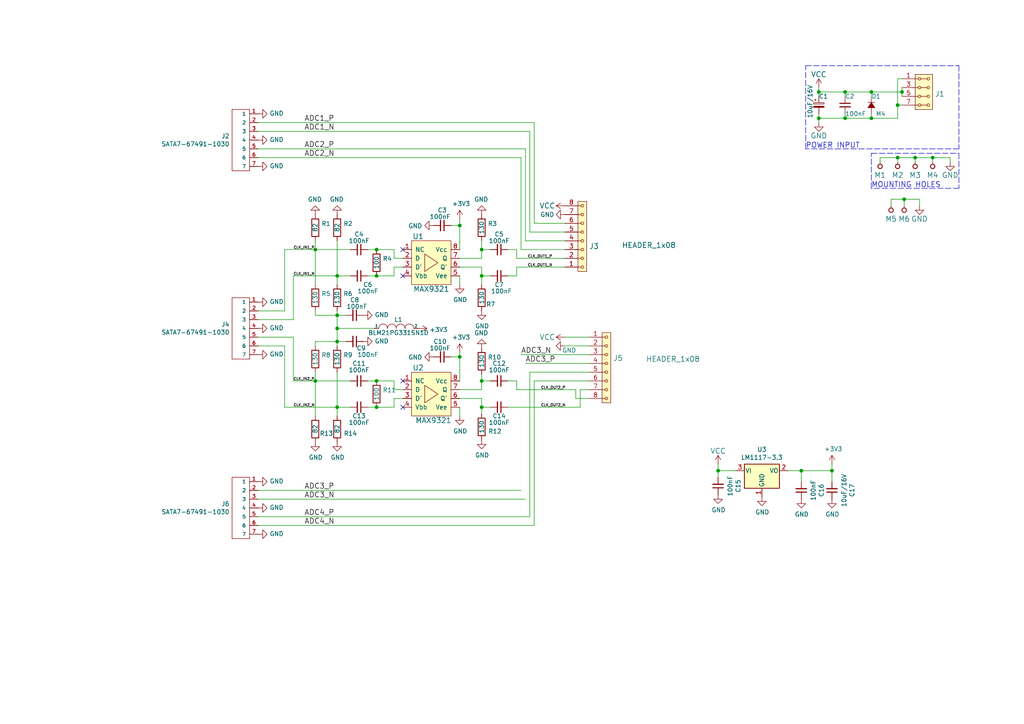
<source format=kicad_sch>
(kicad_sch (version 20211123) (generator eeschema)
  (paper "A4")
  (title_block (title "RFIQINT01A") (date "%F") (rev "REV 0.2") (company "ORBISYS www.orbisys.sk") (comment 1 "VERSION 1") (comment 2 "IQ signals link buffer") (comment 3 "Maksim Rezenov, Jakub kakona"))
  (lib_symbols
    (symbol "MLAB_HEADER:HEADER_2x04_PARALLEL" (pin_names (offset 1.016))
      (property "Reference" "J" (at 0 -6.35 0))
      (property "Value" "HEADER_2x04_PARALLEL" (at 0 6.35 0))
      (symbol "HEADER_2x04_PARALLEL_0_1"
        (rectangle (start -2.54 5.08) (end 2.54 -5.08) (fill (type background)))
        (circle (center -1.27 -3.81) (radius 0.381))
        (circle (center -1.27 -1.27) (radius 0.381))
        (circle (center -1.27 1.27) (radius 0.381))
        (circle (center -1.27 3.81) (radius 0.381))
        (polyline (pts (xy -1.651 -3.81) (xy -2.54 -3.81)))
        (polyline (pts (xy -1.651 -1.27) (xy -2.54 -1.27)))
        (polyline (pts (xy -1.651 1.27) (xy -2.54 1.27)))
        (polyline (pts (xy -1.651 3.81) (xy -2.54 3.81)))
        (polyline (pts (xy -0.889 -3.81) (xy 0.889 -3.81)))
        (polyline (pts (xy -0.889 -1.27) (xy 0.889 -1.27)))
        (polyline (pts (xy -0.889 1.27) (xy 0.889 1.27)))
        (polyline (pts (xy -0.889 3.81) (xy 0.889 3.81)))
        (circle (center 1.27 -3.81) (radius 0.381))
        (circle (center 1.27 -1.27) (radius 0.381))
        (circle (center 1.27 1.27) (radius 0.381))
        (circle (center 1.27 3.81) (radius 0.381))
      )
      (symbol "HEADER_2x04_PARALLEL_1_1"
        (pin input line (at -6.35 3.81 0) (length 3.81) (name "~") (number "1"))
        (pin input line (at -6.35 3.81 0) (length 3.81) hide (name "~") (number "2"))
        (pin input line (at -6.35 1.27 0) (length 3.81) (name "~") (number "3"))
        (pin input line (at -6.35 1.27 0) (length 3.81) hide (name "~") (number "4"))
        (pin input line (at -6.35 -1.27 0) (length 3.81) (name "~") (number "5"))
        (pin input line (at -6.35 -1.27 0) (length 3.81) hide (name "~") (number "6"))
        (pin input line (at -6.35 -3.81 0) (length 3.81) (name "~") (number "7"))
        (pin input line (at -6.35 -3.81 0) (length 3.81) hide (name "~") (number "8"))
      )
    )
    (symbol "RFIQINT01A-rescue:CP_Small-RESCUE-RFIQINT01A" (pin_numbers hide) (pin_names (offset 0.254) hide)
      (property "Reference" "C" (at 0.254 1.778 0))
      (property "Value" "CP_Small-RESCUE-RFIQINT01A" (at 0.254 -2.032 0))
      (symbol "CP_Small-RESCUE-RFIQINT01A_0_1"
        (rectangle (start -1.524 -0.3048) (end 1.524 -0.6858) (fill (type outline)))
        (rectangle (start -1.524 0.6858) (end 1.524 0.3048))
        (polyline (pts (xy -1.27 1.524) (xy -0.762 1.524)))
        (polyline (pts (xy -1.016 1.27) (xy -1.016 1.778)))
      )
      (symbol "CP_Small-RESCUE-RFIQINT01A_1_1"
        (pin passive line (at 0 2.54 270) (length 1.8542) (name "~") (number "1"))
        (pin passive line (at 0 -2.54 90) (length 1.8542) (name "~") (number "2"))
      )
    )
    (symbol "RFIQINT01A-rescue:C_Small-RESCUE-RFIQINT01A" (pin_numbers hide) (pin_names (offset 0.254) hide)
      (property "Reference" "C" (at 0.254 1.778 0))
      (property "Value" "C_Small-RESCUE-RFIQINT01A" (at 0.254 -2.032 0))
      (symbol "C_Small-RESCUE-RFIQINT01A_0_1"
        (polyline (pts (xy -1.524 -0.508) (xy 1.524 -0.508)) (stroke (width 0.3302)))
        (polyline (pts (xy -1.524 0.508) (xy 1.524 0.508)) (stroke (width 0.3048)))
      )
      (symbol "C_Small-RESCUE-RFIQINT01A_1_1"
        (pin passive line (at 0 2.54 270) (length 1.905) (name "~") (number "1"))
        (pin passive line (at 0 -2.54 90) (length 2.032) (name "~") (number "2"))
      )
    )
    (symbol "RFIQINT01A-rescue:D_Small-RESCUE-RFIQINT01A" (pin_numbers hide) (pin_names (offset 0.254) hide)
      (property "Reference" "D" (at -1.27 2.032 0))
      (property "Value" "D_Small-RESCUE-RFIQINT01A" (at -3.81 -2.032 0))
      (symbol "D_Small-RESCUE-RFIQINT01A_0_1"
        (polyline (pts (xy -0.762 -1.016) (xy -0.762 1.016)))
        (polyline (pts (xy 0.762 -1.016) (xy -0.762 0) (xy 0.762 1.016) (xy 0.762 -1.016)) (fill (type outline)))
      )
      (symbol "D_Small-RESCUE-RFIQINT01A_1_1"
        (pin passive line (at -2.54 0 0) (length 1.778) (name "K") (number "1"))
        (pin passive line (at 2.54 0 180) (length 1.778) (name "A") (number "2"))
      )
    )
    (symbol "RFIQINT01A-rescue:HEADER_1x08-MLAB_HEADER" (pin_names (offset 1.016))
      (property "Reference" "J" (at 0 -11.43 0))
      (property "Value" "HEADER_1x08-MLAB_HEADER" (at 0 11.43 0))
      (symbol "HEADER_1x08-MLAB_HEADER_0_1"
        (rectangle (start -1.27 10.16) (end 1.27 -10.16) (fill (type background)))
        (circle (center 0 -8.89) (radius 0.381))
        (circle (center 0 -6.35) (radius 0.381))
        (circle (center 0 -3.81) (radius 0.381))
        (circle (center 0 -1.27) (radius 0.381))
        (polyline (pts (xy -1.27 -8.89) (xy -0.381 -8.89)))
        (polyline (pts (xy -1.27 -6.35) (xy -0.381 -6.35)))
        (polyline (pts (xy -1.27 -3.81) (xy -0.381 -3.81)))
        (polyline (pts (xy -1.27 -1.27) (xy -0.381 -1.27)))
        (polyline (pts (xy -1.27 1.27) (xy -0.381 1.27)))
        (polyline (pts (xy -1.27 3.81) (xy -0.381 3.81)))
        (polyline (pts (xy -1.27 6.35) (xy -0.381 6.35)))
        (polyline (pts (xy -1.27 8.89) (xy -0.381 8.89)))
        (circle (center 0 1.27) (radius 0.381))
        (circle (center 0 3.81) (radius 0.381))
        (circle (center 0 6.35) (radius 0.381))
        (circle (center 0 8.89) (radius 0.381))
      )
      (symbol "HEADER_1x08-MLAB_HEADER_1_1"
        (pin input line (at -5.08 8.89 0) (length 3.81) (name "~") (number "1"))
        (pin input line (at -5.08 6.35 0) (length 3.81) (name "~") (number "2"))
        (pin input line (at -5.08 3.81 0) (length 3.81) (name "~") (number "3"))
        (pin input line (at -5.08 1.27 0) (length 3.81) (name "~") (number "4"))
        (pin input line (at -5.08 -1.27 0) (length 3.81) (name "~") (number "5"))
        (pin input line (at -5.08 -3.81 0) (length 3.81) (name "~") (number "6"))
        (pin input line (at -5.08 -6.35 0) (length 3.81) (name "~") (number "7"))
        (pin input line (at -5.08 -8.89 0) (length 3.81) (name "~") (number "8"))
      )
    )
    (symbol "RFIQINT01A-rescue:HOLE-RESCUE-RFIQINT01A" (pin_numbers hide) (pin_names (offset 1.016) hide)
      (property "Reference" "M" (at 0 2.54 0))
      (property "Value" "HOLE-RESCUE-RFIQINT01A" (at 0 -2.54 0))
      (symbol "HOLE-RESCUE-RFIQINT01A_0_1"
        (circle (center 0 0) (radius 0.635) (stroke (width 0.254)))
      )
      (symbol "HOLE-RESCUE-RFIQINT01A_1_1"
        (pin input line (at 1.27 0 180) (length 0.635) (name "~") (number "1"))
      )
    )
    (symbol "RFIQINT01A-rescue:MAX9321-DENGS_lib" (pin_names (offset 1.016))
      (property "Reference" "U" (at 1.27 1.27 0))
      (property "Value" "MAX9321-DENGS_lib" (at 7.62 -13.97 0))
      (symbol "MAX9321-DENGS_lib_0_1"
        (polyline (pts (xy 6.35 -3.81) (xy 6.35 -8.89) (xy 10.16 -6.35) (xy 6.35 -3.81)))
        (rectangle (start 2.54 0) (end 13.97 -12.7) (fill (type background)))
      )
      (symbol "MAX9321-DENGS_lib_1_1"
        (pin input line (at 0 -2.54 0) (length 2.54) (name "NC") (number "1"))
        (pin input line (at 0 -5.08 0) (length 2.54) (name "D") (number "2"))
        (pin input line (at 0 -7.62 0) (length 2.54) (name "D'") (number "3"))
        (pin input line (at 0 -10.16 0) (length 2.54) (name "Vbb") (number "4"))
        (pin input line (at 16.51 -10.16 180) (length 2.54) (name "Vee") (number "5"))
        (pin input line (at 16.51 -7.62 180) (length 2.54) (name "Q'") (number "6"))
        (pin input line (at 16.51 -5.08 180) (length 2.54) (name "Q") (number "7"))
        (pin input line (at 16.51 -2.54 180) (length 2.54) (name "Vcc") (number "8"))
      )
    )
    (symbol "RFIQINT01A-rescue:SATA7-67491-1030-MLAB_CONNECTORS" (pin_names (offset 1.016))
      (property "Reference" "J" (at -2.54 10.16 0))
      (property "Value" "SATA7-67491-1030-MLAB_CONNECTORS" (at -2.54 -11.43 0))
      (symbol "SATA7-67491-1030-MLAB_CONNECTORS_1_0"
        (polyline (pts (xy -2.54 -8.89) (xy 2.54 -8.89)))
        (polyline (pts (xy -2.54 8.89) (xy -2.54 -8.89)))
        (polyline (pts (xy 2.54 -8.89) (xy 2.54 8.89)))
        (polyline (pts (xy 2.54 8.89) (xy -2.54 8.89)))
      )
      (symbol "SATA7-67491-1030-MLAB_CONNECTORS_1_1"
        (pin passive line (at -5.08 7.62 0) (length 2.54) (name "1") (number "1"))
        (pin passive line (at -5.08 5.08 0) (length 2.54) (name "2") (number "2"))
        (pin passive line (at -5.08 2.54 0) (length 2.54) (name "3") (number "3"))
        (pin passive line (at -5.08 0 0) (length 2.54) (name "4") (number "4"))
        (pin passive line (at -5.08 -2.54 0) (length 2.54) (name "5") (number "5"))
        (pin passive line (at -5.08 -5.08 0) (length 2.54) (name "6") (number "6"))
        (pin passive line (at -5.08 -7.62 0) (length 2.54) (name "7") (number "7"))
      )
    )
    (symbol "device:C_Small" (pin_numbers hide) (pin_names (offset 0.254) hide)
      (property "Reference" "C" (at 0.254 1.778 0))
      (property "Value" "device_C_Small" (at 0.254 -2.032 0))
      (symbol "C_Small_0_1"
        (polyline (pts (xy -1.524 -0.508) (xy 1.524 -0.508)) (stroke (width 0.3302)))
        (polyline (pts (xy -1.524 0.508) (xy 1.524 0.508)) (stroke (width 0.3048)))
      )
      (symbol "C_Small_1_1"
        (pin passive line (at 0 2.54 270) (length 2.032) (name "~") (number "1"))
        (pin passive line (at 0 -2.54 90) (length 2.032) (name "~") (number "2"))
      )
    )
    (symbol "device:R" (pin_numbers hide) (pin_names (offset 0))
      (property "Reference" "R" (at 2.032 0 90))
      (property "Value" "device_R" (at 0 0 90))
      (symbol "R_0_1"
        (rectangle (start -1.016 -2.54) (end 1.016 2.54) (stroke (width 0.254)))
      )
      (symbol "R_1_1"
        (pin passive line (at 0 3.81 270) (length 1.27) (name "~") (number "1"))
        (pin passive line (at 0 -3.81 90) (length 1.27) (name "~") (number "2"))
      )
    )
    (symbol "power:+3V3" (power) (pin_names (offset 0))
      (property "Value" "+3V3" (at 0 3.556 0))
      (symbol "+3V3_0_1"
        (polyline (pts (xy -0.762 1.27) (xy 0 2.54)))
        (polyline (pts (xy 0 0) (xy 0 2.54)))
        (polyline (pts (xy 0 2.54) (xy 0.762 1.27)))
      )
      (symbol "+3V3_1_1"
        (pin power_in line (at 0 0 90) (length 0) hide (name "+3V3") (number "1"))
      )
    )
    (symbol "power:GND" (power) (pin_names (offset 0))
      (property "Value" "GND" (at 0 -3.81 0))
      (symbol "GND_0_1"
        (polyline (pts (xy 0 0) (xy 0 -1.27) (xy 1.27 -1.27) (xy 0 -2.54) (xy -1.27 -1.27) (xy 0 -1.27)))
      )
      (symbol "GND_1_1"
        (pin power_in line (at 0 0 270) (length 0) hide (name "GND") (number "1"))
      )
    )
    (symbol "power:VCC" (power) (pin_names (offset 0))
      (property "Value" "VCC" (at 0 3.81 0))
      (symbol "VCC_0_1"
        (polyline (pts (xy -0.762 1.27) (xy 0 2.54)))
        (polyline (pts (xy 0 0) (xy 0 2.54)))
        (polyline (pts (xy 0 2.54) (xy 0.762 1.27)))
      )
      (symbol "VCC_1_1"
        (pin power_in line (at 0 0 90) (length 0) hide (name "VCC") (number "1"))
      )
    )
    (symbol "pspice:INDUCTOR" (pin_numbers hide) (pin_names (offset 0))
      (property "Reference" "L" (at 0 2.54 0))
      (property "Value" "INDUCTOR" (at 0 -1.27 0))
      (symbol "INDUCTOR_0_1"
        (arc (start -2.54 0) (mid -3.81 1.27) (end -5.08 0))
        (arc (start 0 0) (mid -1.27 1.27) (end -2.54 0))
        (arc (start 2.54 0) (mid 1.27 1.27) (end 0 0))
        (arc (start 5.08 0) (mid 3.81 1.27) (end 2.54 0))
      )
      (symbol "INDUCTOR_1_1"
        (pin input line (at -6.35 0 0) (length 1.27) (name "1") (number "1"))
        (pin input line (at 6.35 0 180) (length 1.27) (name "2") (number "2"))
      )
    )
    (symbol "regul:LM1117-1.8" (pin_names (offset 0.254))
      (property "Reference" "U" (at -3.81 3.175 0))
      (property "Value" "regul_LM1117-1.8" (at 0 3.175 0))
      (symbol "LM1117-1.8_0_1"
        (rectangle (start -5.08 -5.08) (end 5.08 1.905) (stroke (width 0.254)) (fill (type background)))
      )
      (symbol "LM1117-1.8_1_1"
        (pin power_in line (at 0 -7.62 90) (length 2.54) (name "GND") (number "1"))
        (pin power_out line (at 7.62 0 180) (length 2.54) (name "VO") (number "2"))
        (pin power_in line (at -7.62 0 0) (length 2.54) (name "VI") (number "3"))
      )
    )
  )
  (junction (at 245.11 26.67))
  (junction (at 270.51 45.72))
  (junction (at 241.3 136.525))
  (junction (at 97.79 80.01))
  (junction (at 139.7 80.01))
  (junction (at 262.255 57.785))
  (junction (at 237.49 34.29))
  (junction (at 260.35 45.72))
  (junction (at 133.35 65.405))
  (junction (at 139.7 118.11))
  (junction (at 109.22 110.49))
  (junction (at 97.79 118.11))
  (junction (at 97.79 99.06))
  (junction (at 245.11 34.29))
  (junction (at 133.35 103.505))
  (junction (at 97.79 91.44))
  (junction (at 139.7 110.49))
  (junction (at 109.22 80.01))
  (junction (at 97.79 95.25))
  (junction (at 91.44 72.39))
  (junction (at 139.7 72.39))
  (junction (at 265.43 45.72))
  (junction (at 109.22 72.39))
  (junction (at 232.41 136.525))
  (junction (at 91.44 110.49))
  (junction (at 261.62 26.67))
  (junction (at 237.49 26.67))
  (junction (at 109.22 118.11))
  (junction (at 260.35 30.48))
  (junction (at 252.73 26.67))
  (junction (at 252.73 34.29))
  (junction (at 208.28 136.525))
  (no_connect (at 116.84 110.49))
  (no_connect (at 116.84 118.11))
  (no_connect (at 116.84 72.39))
  (no_connect (at 116.84 80.01))
  (wire (pts (xy 275.59 45.72) (xy 270.51 45.72)))
  (wire (pts (xy 139.7 80.01) (xy 142.24 80.01)))
  (wire (pts (xy 139.7 113.03) (xy 139.7 110.49)))
  (wire (pts (xy 147.32 72.39) (xy 149.86 72.39)))
  (wire (pts (xy 74.93 149.86) (xy 153.67 149.86)))
  (wire (pts (xy 109.22 110.49) (xy 114.3 110.49)))
  (wire (pts (xy 213.36 136.525) (xy 208.28 136.525)))
  (wire (pts (xy 133.35 118.11) (xy 133.35 120.65)))
  (wire (pts (xy 97.79 69.85) (xy 97.79 80.01)))
  (wire (pts (xy 130.81 65.405) (xy 133.35 65.405)))
  (wire (pts (xy 97.79 118.11) (xy 97.79 120.65)))
  (wire (pts (xy 109.22 118.11) (xy 114.3 118.11)))
  (wire (pts (xy 106.68 110.49) (xy 109.22 110.49)))
  (wire (pts (xy 74.93 152.4) (xy 154.94 152.4)))
  (wire (pts (xy 139.7 74.93) (xy 139.7 72.39)))
  (wire (pts (xy 237.49 34.29) (xy 237.49 35.56)))
  (wire (pts (xy 245.11 34.29) (xy 237.49 34.29)))
  (wire (pts (xy 261.62 26.67) (xy 252.73 26.67)))
  (wire (pts (xy 74.93 142.24) (xy 151.13 142.24)))
  (wire (pts (xy 245.11 33.02) (xy 245.11 34.29)))
  (wire (pts (xy 133.35 113.03) (xy 139.7 113.03)))
  (wire (pts (xy 82.55 118.11) (xy 97.79 118.11)))
  (wire (pts (xy 149.86 113.03) (xy 167.005 113.03)))
  (wire (pts (xy 261.62 22.86) (xy 260.35 22.86)))
  (wire (pts (xy 97.79 80.01) (xy 97.79 82.55)))
  (wire (pts (xy 258.445 59.69) (xy 258.445 57.785)))
  (wire (pts (xy 147.32 110.49) (xy 149.86 110.49)))
  (wire (pts (xy 228.6 136.525) (xy 232.41 136.525)))
  (wire (pts (xy 252.73 33.02) (xy 252.73 34.29)))
  (wire (pts (xy 85.09 110.49) (xy 91.44 110.49)))
  (wire (pts (xy 149.86 80.01) (xy 149.86 77.47)))
  (wire (pts (xy 109.22 72.39) (xy 114.3 72.39)))
  (wire (pts (xy 270.51 46.99) (xy 270.51 45.72)))
  (wire (pts (xy 106.68 72.39) (xy 109.22 72.39)))
  (wire (pts (xy 152.4 105.41) (xy 170.815 105.41)))
  (wire (pts (xy 170.815 100.33) (xy 163.83 100.33)))
  (wire (pts (xy 258.445 57.785) (xy 262.255 57.785)))
  (wire (pts (xy 260.35 45.72) (xy 255.27 45.72)))
  (wire (pts (xy 91.44 72.39) (xy 101.6 72.39)))
  (polyline (pts (xy 278.13 19.05) (xy 278.13 43.18)))
  (wire (pts (xy 133.35 72.39) (xy 133.35 65.405)))
  (wire (pts (xy 241.3 134.62) (xy 241.3 136.525)))
  (wire (pts (xy 114.3 80.01) (xy 114.3 77.47)))
  (wire (pts (xy 151.13 102.87) (xy 170.815 102.87)))
  (wire (pts (xy 97.79 90.17) (xy 97.79 91.44)))
  (wire (pts (xy 91.44 69.85) (xy 91.44 72.39)))
  (wire (pts (xy 91.44 82.55) (xy 91.44 72.39)))
  (wire (pts (xy 154.94 152.4) (xy 154.94 110.49)))
  (wire (pts (xy 97.79 107.95) (xy 97.79 118.11)))
  (wire (pts (xy 139.7 118.11) (xy 139.7 120.015)))
  (wire (pts (xy 154.94 110.49) (xy 170.815 110.49)))
  (wire (pts (xy 149.86 72.39) (xy 149.86 74.93)))
  (wire (pts (xy 208.28 136.525) (xy 208.28 138.43)))
  (wire (pts (xy 133.35 65.405) (xy 133.35 63.5)))
  (wire (pts (xy 261.62 30.48) (xy 260.35 30.48)))
  (wire (pts (xy 153.67 149.86) (xy 153.67 107.95)))
  (wire (pts (xy 82.55 100.33) (xy 82.55 118.11)))
  (wire (pts (xy 170.815 113.03) (xy 168.275 113.03)))
  (polyline (pts (xy 278.13 44.45) (xy 278.13 54.61)))
  (wire (pts (xy 74.93 97.79) (xy 85.09 97.79)))
  (wire (pts (xy 252.73 27.94) (xy 252.73 26.67)))
  (wire (pts (xy 142.24 118.11) (xy 139.7 118.11)))
  (wire (pts (xy 82.55 90.17) (xy 82.55 72.39)))
  (wire (pts (xy 262.255 57.785) (xy 266.7 57.785)))
  (wire (pts (xy 163.83 64.77) (xy 154.94 64.77)))
  (wire (pts (xy 237.49 26.67) (xy 237.49 27.94)))
  (wire (pts (xy 167.005 115.57) (xy 167.005 113.03)))
  (wire (pts (xy 114.3 74.93) (xy 116.84 74.93)))
  (wire (pts (xy 74.93 45.72) (xy 151.13 45.72)))
  (wire (pts (xy 101.6 118.11) (xy 97.79 118.11)))
  (wire (pts (xy 142.24 110.49) (xy 139.7 110.49)))
  (wire (pts (xy 149.86 110.49) (xy 149.86 113.03)))
  (wire (pts (xy 108.585 95.25) (xy 97.79 95.25)))
  (wire (pts (xy 266.7 57.785) (xy 266.7 59.69)))
  (wire (pts (xy 151.13 72.39) (xy 163.83 72.39)))
  (wire (pts (xy 133.35 82.55) (xy 133.35 80.01)))
  (wire (pts (xy 130.81 103.505) (xy 133.35 103.505)))
  (wire (pts (xy 261.62 26.67) (xy 261.62 25.4)))
  (polyline (pts (xy 278.13 54.61) (xy 252.73 54.61)))
  (wire (pts (xy 139.7 72.39) (xy 142.24 72.39)))
  (wire (pts (xy 262.255 59.69) (xy 262.255 57.785)))
  (wire (pts (xy 85.09 97.79) (xy 85.09 110.49)))
  (wire (pts (xy 149.86 77.47) (xy 163.83 77.47)))
  (wire (pts (xy 74.93 144.78) (xy 152.4 144.78)))
  (wire (pts (xy 170.815 97.79) (xy 163.83 97.79)))
  (wire (pts (xy 260.35 34.29) (xy 252.73 34.29)))
  (wire (pts (xy 245.11 26.67) (xy 237.49 26.67)))
  (wire (pts (xy 147.32 118.11) (xy 168.275 118.11)))
  (wire (pts (xy 265.43 46.99) (xy 265.43 45.72)))
  (wire (pts (xy 252.73 26.67) (xy 245.11 26.67)))
  (wire (pts (xy 261.62 27.94) (xy 261.62 26.67)))
  (wire (pts (xy 91.44 99.06) (xy 97.79 99.06)))
  (wire (pts (xy 154.94 64.77) (xy 154.94 35.56)))
  (wire (pts (xy 97.79 95.25) (xy 97.79 99.06)))
  (wire (pts (xy 109.22 80.01) (xy 114.3 80.01)))
  (wire (pts (xy 74.93 92.71) (xy 85.09 92.71)))
  (wire (pts (xy 114.3 110.49) (xy 114.3 113.03)))
  (wire (pts (xy 151.13 45.72) (xy 151.13 72.39)))
  (wire (pts (xy 139.7 69.85) (xy 139.7 72.39)))
  (wire (pts (xy 133.35 103.505) (xy 133.35 110.49)))
  (wire (pts (xy 97.79 99.06) (xy 100.33 99.06)))
  (wire (pts (xy 270.51 45.72) (xy 265.43 45.72)))
  (wire (pts (xy 97.79 99.06) (xy 97.79 100.33)))
  (wire (pts (xy 106.68 80.01) (xy 109.22 80.01)))
  (wire (pts (xy 237.49 25.4) (xy 237.49 26.67)))
  (wire (pts (xy 101.6 80.01) (xy 97.79 80.01)))
  (wire (pts (xy 149.86 74.93) (xy 163.83 74.93)))
  (wire (pts (xy 147.32 80.01) (xy 149.86 80.01)))
  (wire (pts (xy 114.3 118.11) (xy 114.3 115.57)))
  (polyline (pts (xy 233.68 43.18) (xy 233.68 19.05)))
  (wire (pts (xy 97.79 95.25) (xy 97.79 91.44)))
  (wire (pts (xy 168.275 113.03) (xy 168.275 118.11)))
  (wire (pts (xy 252.73 34.29) (xy 245.11 34.29)))
  (wire (pts (xy 91.44 120.65) (xy 91.44 110.49)))
  (wire (pts (xy 139.7 110.49) (xy 139.7 108.585)))
  (wire (pts (xy 167.005 115.57) (xy 170.815 115.57)))
  (wire (pts (xy 152.4 69.85) (xy 152.4 43.18)))
  (wire (pts (xy 133.35 77.47) (xy 139.7 77.47)))
  (wire (pts (xy 91.44 110.49) (xy 91.44 107.95)))
  (wire (pts (xy 260.35 30.48) (xy 260.35 34.29)))
  (wire (pts (xy 74.93 90.17) (xy 82.55 90.17)))
  (polyline (pts (xy 252.73 54.61) (xy 252.73 44.45)))
  (wire (pts (xy 91.44 100.33) (xy 91.44 99.06)))
  (wire (pts (xy 85.09 80.01) (xy 97.79 80.01)))
  (wire (pts (xy 133.35 74.93) (xy 139.7 74.93)))
  (wire (pts (xy 133.35 102.235) (xy 133.35 103.505)))
  (wire (pts (xy 74.93 38.1) (xy 153.67 38.1)))
  (wire (pts (xy 245.11 27.94) (xy 245.11 26.67)))
  (wire (pts (xy 237.49 33.02) (xy 237.49 34.29)))
  (wire (pts (xy 255.27 45.72) (xy 255.27 46.99)))
  (wire (pts (xy 97.79 91.44) (xy 100.33 91.44)))
  (wire (pts (xy 232.41 136.525) (xy 241.3 136.525)))
  (wire (pts (xy 260.35 46.99) (xy 260.35 45.72)))
  (wire (pts (xy 114.3 72.39) (xy 114.3 74.93)))
  (wire (pts (xy 154.94 35.56) (xy 74.93 35.56)))
  (polyline (pts (xy 233.68 19.05) (xy 278.13 19.05)))
  (wire (pts (xy 241.3 136.525) (xy 241.3 139.7)))
  (wire (pts (xy 153.67 107.95) (xy 170.815 107.95)))
  (wire (pts (xy 139.7 77.47) (xy 139.7 80.01)))
  (wire (pts (xy 153.67 38.1) (xy 153.67 67.31)))
  (wire (pts (xy 153.67 67.31) (xy 163.83 67.31)))
  (wire (pts (xy 133.35 115.57) (xy 139.7 115.57)))
  (wire (pts (xy 85.09 92.71) (xy 85.09 80.01)))
  (polyline (pts (xy 252.73 44.45) (xy 278.13 44.45)))
  (wire (pts (xy 82.55 72.39) (xy 91.44 72.39)))
  (wire (pts (xy 74.93 100.33) (xy 82.55 100.33)))
  (wire (pts (xy 106.68 118.11) (xy 109.22 118.11)))
  (wire (pts (xy 208.28 134.62) (xy 208.28 136.525)))
  (wire (pts (xy 163.83 69.85) (xy 152.4 69.85)))
  (wire (pts (xy 139.7 115.57) (xy 139.7 118.11)))
  (wire (pts (xy 275.59 46.99) (xy 275.59 45.72)))
  (wire (pts (xy 114.3 115.57) (xy 116.84 115.57)))
  (wire (pts (xy 265.43 45.72) (xy 260.35 45.72)))
  (wire (pts (xy 97.79 91.44) (xy 91.44 91.44)))
  (polyline (pts (xy 278.13 43.18) (xy 233.68 43.18)))
  (wire (pts (xy 260.35 22.86) (xy 260.35 30.48)))
  (wire (pts (xy 114.3 77.47) (xy 116.84 77.47)))
  (wire (pts (xy 91.44 91.44) (xy 91.44 90.17)))
  (wire (pts (xy 232.41 139.7) (xy 232.41 136.525)))
  (wire (pts (xy 152.4 43.18) (xy 74.93 43.18)))
  (wire (pts (xy 139.7 82.55) (xy 139.7 80.01)))
  (wire (pts (xy 101.6 110.49) (xy 91.44 110.49)))
  (wire (pts (xy 114.3 113.03) (xy 116.84 113.03)))
  (text "POWER INPUT" (at 233.68 43.18 0) (effects (font (size 1.524 1.524)) (justify left bottom)))
  (text "MOUNTING HOLES" (at 252.73 54.61 0) (effects (font (size 1.524 1.524)) (justify left bottom)))
  (label "ADC1_N" (at 88.265 38.1 0) (effects (font (size 1.524 1.524))))
  (label "ADC4_P" (at 88.265 149.86 0) (effects (font (size 1.524 1.524))))
  (label "CLK_IN2_P" (at 85.09 110.49 0) (effects (font (size 0.762 0.762))))
  (label "ADC2_P" (at 88.265 43.18 0) (effects (font (size 1.524 1.524))))
  (label "ADC1_P" (at 88.265 35.56 0) (effects (font (size 1.524 1.524))))
  (label "ADC3_N" (at 88.265 144.78 0) (effects (font (size 1.524 1.524))))
  (label "CLK_OUT1_N" (at 153.035 77.47 0) (effects (font (size 0.762 0.762))))
  (label "ADC3_N" (at 151.13 102.87 0) (effects (font (size 1.524 1.524))))
  (label "CLK_IN1_P" (at 85.09 72.39 0) (effects (font (size 0.762 0.762))))
  (label "CLK_OUT2_N" (at 156.845 118.11 0) (effects (font (size 0.762 0.762))))
  (label "ADC3_P" (at 152.4 105.41 0) (effects (font (size 1.524 1.524))))
  (label "CLK_OUT1_P" (at 153.035 74.93 0) (effects (font (size 0.762 0.762))))
  (label "CLK_IN2_N" (at 85.09 118.11 0) (effects (font (size 0.762 0.762))))
  (label "CLK_OUT2_P" (at 156.845 113.03 0) (effects (font (size 0.762 0.762))))
  (label "ADC2_N" (at 88.265 45.72 0) (effects (font (size 1.524 1.524))))
  (label "ADC4_N" (at 88.265 152.4 0) (effects (font (size 1.524 1.524))))
  (label "ADC3_P" (at 88.265 142.24 0) (effects (font (size 1.524 1.524))))
  (label "CLK_IN1_N" (at 85.09 80.01 0) (effects (font (size 0.762 0.762))))
  (symbol (lib_id "power:VCC") (at 237.49 25.4 0) (unit 1)
    (property "Reference" "#PWR01" (effects hide))
    (property "Value" "VCC" (at 237.49 21.59 0) (effects (font (size 1.524 1.524))))
  )
  (symbol (lib_id "power:GND") (at 237.49 35.56 0) (unit 1)
    (property "Reference" "#PWR03" (effects hide))
    (property "Value" "GND" (at 237.49 39.37 0) (effects (font (size 1.524 1.524))))
  )
  (symbol (lib_id "RFIQINT01A-rescue:HOLE-RESCUE-RFIQINT01A") (at 255.27 48.26 90) (unit 1)
    (property "Reference" "M1" (at 255.27 50.8 90) (effects (font (size 1.524 1.524))))
    (property "Value" "HOLE" (effects hide))
    (property "Footprint" "Mlab_Mechanical:MountingHole_3mm" (effects hide))
  )
  (symbol (lib_id "RFIQINT01A-rescue:HOLE-RESCUE-RFIQINT01A") (at 260.35 48.26 90) (unit 1)
    (property "Reference" "M2" (at 260.35 50.8 90) (effects (font (size 1.524 1.524))))
    (property "Value" "HOLE" (effects hide))
    (property "Footprint" "Mlab_Mechanical:MountingHole_3mm" (effects hide))
  )
  (symbol (lib_id "RFIQINT01A-rescue:HOLE-RESCUE-RFIQINT01A") (at 265.43 48.26 90) (unit 1)
    (property "Reference" "M3" (at 265.43 50.8 90) (effects (font (size 1.524 1.524))))
    (property "Value" "HOLE" (effects hide))
    (property "Footprint" "Mlab_Mechanical:MountingHole_3mm" (effects hide))
  )
  (symbol (lib_id "RFIQINT01A-rescue:HOLE-RESCUE-RFIQINT01A") (at 270.51 48.26 90) (unit 1)
    (property "Reference" "M4" (at 270.51 50.8 90) (effects (font (size 1.524 1.524))))
    (property "Value" "HOLE" (effects hide))
    (property "Footprint" "Mlab_Mechanical:MountingHole_3mm" (effects hide))
  )
  (symbol (lib_id "power:GND") (at 275.59 46.99 0) (unit 1)
    (property "Reference" "#PWR05" (effects hide))
    (property "Value" "GND" (at 275.59 50.8 0) (effects (font (size 1.524 1.524))))
  )
  (symbol (lib_id "RFIQINT01A-rescue:D_Small-RESCUE-RFIQINT01A") (at 252.73 30.48 90) (mirror x) (unit 1)
    (property "Reference" "D1" (at 252.73 27.94 90) (effects (justify right)))
    (property "Value" "M4" (at 254 33.02 90) (effects (justify right)))
    (property "Footprint" "Diode_SMD:D_SMA" (effects hide))
    (property "UST_ID" "5c70984512875079b91f88ac" (effects hide))
  )
  (symbol (lib_id "RFIQINT01A-rescue:C_Small-RESCUE-RFIQINT01A") (at 245.11 30.48 0) (unit 1)
    (property "Reference" "C2" (at 245.11 27.94 0) (effects (justify left)))
    (property "Value" "100nF" (at 245.11 33.02 0) (effects (justify left)))
    (property "Footprint" "Capacitor_SMD:C_0603_1608Metric" (effects hide))
    (property "UST_ID" "5c70984812875079b91f8bf2" (effects hide))
  )
  (symbol (lib_id "RFIQINT01A-rescue:CP_Small-RESCUE-RFIQINT01A") (at 237.49 30.48 0) (unit 1)
    (property "Reference" "C1" (at 237.49 27.94 0) (effects (justify left)))
    (property "Value" "10uF/16V" (at 234.95 34.29 90) (effects (justify left)))
    (property "Footprint" "Capacitor_SMD:C_0805_2012Metric" (effects hide))
    (property "UST_ID" "5c70984812875079b91f8bbe" (effects hide))
  )
  (symbol (lib_id "RFIQINT01A-rescue:MAX9321-DENGS_lib") (at 116.84 69.85 0) (unit 1)
    (property "Reference" "U1" (at 121.285 68.58 0) (effects (font (size 1.524 1.524))))
    (property "Value" "MAX9321" (at 125.095 83.82 0) (effects (font (size 1.524 1.524))))
    (property "Footprint" "Package_SO:SOIC-8_3.9x4.9mm_P1.27mm" (effects hide))
    (property "Datasheet" "https://datasheets.maximintegrated.com/en/ds/MAX9321-MAX9321A.pdf" (effects hide))
    (property "UST_ID" "5c70984712875079b91f8b81" (effects hide))
  )
  (symbol (lib_id "RFIQINT01A-rescue:SATA7-67491-1030-MLAB_CONNECTORS") (at 69.85 95.25 0) (mirror y) (unit 1)
    (property "Reference" "J4" (at 66.5988 94.0816 0) (effects (justify left)))
    (property "Value" "SATA7-67491-1030" (at 66.5988 96.393 0) (effects (justify left)))
    (property "Footprint" "Mlab_CON:SATA-7_THT_VERT_2" (effects hide))
    (property "UST_ID" "5c70984712875079b91f8a7b" (effects hide))
  )
  (symbol (lib_id "RFIQINT01A-rescue:HEADER_1x08-MLAB_HEADER") (at 168.91 68.58 0) (mirror x) (unit 1)
    (property "Reference" "J3" (at 170.8658 71.3994 0) (effects (font (size 1.524 1.524)) (justify left)))
    (property "Value" "HEADER_1x08" (at 180.34 71.12 0) (effects (font (size 1.524 1.524)) (justify left)))
    (property "Footprint" "Mlab_CON:IDC381-8-110" (effects hide))
    (property "Datasheet" "https://www.tme.com/Document/4e9cf481f3d9b179aa09f3a743bc9b2b/IDC381-x-110_KRONE.pdf" (effects hide))
    (property "UST_ID" "5c70984712875079b91f8b89" (effects hide))
  )
  (symbol (lib_id "device:R") (at 109.22 76.2 0) (unit 1)
    (property "Reference" "R4" (at 110.998 75.0316 0) (effects (justify left)))
    (property "Value" "100" (at 109.22 78.105 90) (effects (justify left)))
    (property "Footprint" "Resistor_SMD:R_0603_1608Metric" (effects hide))
    (property "UST_ID" "5c70984512875079b91f8956" (effects hide))
  )
  (symbol (lib_id "device:C_Small") (at 104.14 72.39 270) (unit 1)
    (property "Reference" "C4" (at 104.14 67.945 90))
    (property "Value" "100nF" (at 104.14 69.85 90))
    (property "Footprint" "Capacitor_SMD:C_0603_1608Metric" (effects hide))
    (property "UST_ID" "5c70984812875079b91f8bf2" (effects hide))
  )
  (symbol (lib_id "pspice:INDUCTOR") (at 114.935 95.25 0) (unit 1)
    (property "Reference" "L1" (at 115.57 92.71 0))
    (property "Value" "BLM21PG331SN1D" (at 115.57 96.52 0))
    (property "Footprint" "Inductors_SMD:L_0805" (effects hide))
    (property "MFPN" "BLM21PG331SN1D" (effects hide))
    (property "UST_ID" "5c70984712875079b91f8b8a" (effects hide))
  )
  (symbol (lib_id "device:C_Small") (at 104.14 80.01 270) (unit 1)
    (property "Reference" "C6" (at 106.68 82.55 90))
    (property "Value" "100nF" (at 106.68 84.455 90))
    (property "Footprint" "Capacitor_SMD:C_0603_1608Metric" (effects hide))
    (property "UST_ID" "5c70984812875079b91f8bf2" (effects hide))
  )
  (symbol (lib_id "device:R") (at 91.44 86.36 0) (unit 1)
    (property "Reference" "R5" (at 93.218 85.1916 0) (effects (justify left)))
    (property "Value" "130" (at 91.44 88.265 90) (effects (justify left)))
    (property "Footprint" "Resistor_SMD:R_0603_1608Metric" (effects hide))
    (property "UST_ID" "5cd08b17128750448e4542b1" (effects hide))
  )
  (symbol (lib_id "device:R") (at 97.79 66.04 0) (unit 1)
    (property "Reference" "R2" (at 99.568 64.8716 0) (effects (justify left)))
    (property "Value" "82" (at 97.79 67.31 90) (effects (justify left)))
    (property "Footprint" "Resistor_SMD:R_0603_1608Metric" (effects hide))
    (property "UST_ID" "5c70984512875079b91f8955" (effects hide))
  )
  (symbol (lib_id "device:R") (at 97.79 86.36 0) (unit 1)
    (property "Reference" "R6" (at 99.568 85.1916 0) (effects (justify left)))
    (property "Value" "130" (at 97.79 88.265 90) (effects (justify left)))
    (property "Footprint" "Resistor_SMD:R_0603_1608Metric" (effects hide))
    (property "UST_ID" "5cd08b17128750448e4542b1" (effects hide))
  )
  (symbol (lib_id "device:R") (at 91.44 66.04 0) (unit 1)
    (property "Reference" "R1" (at 93.218 64.8716 0) (effects (justify left)))
    (property "Value" "82" (at 91.44 67.31 90) (effects (justify left)))
    (property "Footprint" "Resistor_SMD:R_0603_1608Metric" (effects hide))
    (property "UST_ID" "5c70984512875079b91f8955" (effects hide))
  )
  (symbol (lib_id "power:GND") (at 97.79 62.23 180) (unit 1)
    (property "Reference" "#PWR09" (effects hide))
    (property "Value" "GND" (at 97.663 57.8358 0))
  )
  (symbol (lib_id "power:GND") (at 91.44 62.23 180) (unit 1)
    (property "Reference" "#PWR08" (effects hide))
    (property "Value" "GND" (at 91.313 57.8358 0))
  )
  (symbol (lib_id "device:C_Small") (at 102.87 91.44 270) (unit 1)
    (property "Reference" "C8" (at 102.87 86.995 90))
    (property "Value" "100nF" (at 103.505 88.9 90))
    (property "Footprint" "Capacitor_SMD:C_0603_1608Metric" (effects hide))
    (property "UST_ID" "5c70984812875079b91f8bf2" (effects hide))
  )
  (symbol (lib_id "power:GND") (at 105.41 91.44 90) (unit 1)
    (property "Reference" "#PWR017" (effects hide))
    (property "Value" "GND" (at 108.6612 91.313 90) (effects (justify right)))
  )
  (symbol (lib_id "power:+3V3") (at 121.285 95.25 270) (unit 1)
    (property "Reference" "#PWR018" (effects hide))
    (property "Value" "+3V3" (at 124.5362 95.631 90) (effects (justify left)))
  )
  (symbol (lib_id "power:GND") (at 74.93 87.63 90) (unit 1)
    (property "Reference" "#PWR015" (effects hide))
    (property "Value" "GND" (at 78.1812 87.503 90) (effects (justify right)))
  )
  (symbol (lib_id "power:GND") (at 74.93 95.25 90) (unit 1)
    (property "Reference" "#PWR019" (effects hide))
    (property "Value" "GND" (at 78.1812 95.123 90) (effects (justify right)))
  )
  (symbol (lib_id "power:GND") (at 74.93 102.87 90) (unit 1)
    (property "Reference" "#PWR026" (effects hide))
    (property "Value" "GND" (at 78.1812 102.743 90) (effects (justify right)))
  )
  (symbol (lib_id "device:C_Small") (at 144.78 72.39 270) (unit 1)
    (property "Reference" "C5" (at 144.78 67.945 90))
    (property "Value" "100nF" (at 144.78 69.85 90))
    (property "Footprint" "Capacitor_SMD:C_0603_1608Metric" (effects hide))
    (property "UST_ID" "5c70984812875079b91f8bf2" (effects hide))
  )
  (symbol (lib_id "device:C_Small") (at 144.78 80.01 270) (unit 1)
    (property "Reference" "C7" (at 144.78 82.55 90))
    (property "Value" "100nF" (at 145.415 84.455 90))
    (property "Footprint" "Capacitor_SMD:C_0603_1608Metric" (effects hide))
    (property "UST_ID" "5c70984812875079b91f8bf2" (effects hide))
  )
  (symbol (lib_id "device:R") (at 139.7 86.36 0) (unit 1)
    (property "Reference" "R7" (at 140.97 88.265 0) (effects (justify left)))
    (property "Value" "130" (at 139.7 88.265 90) (effects (justify left)))
    (property "Footprint" "Resistor_SMD:R_0603_1608Metric" (effects hide))
    (property "UST_ID" "5cd08b17128750448e4542b1" (effects hide))
  )
  (symbol (lib_id "device:R") (at 139.7 66.04 0) (unit 1)
    (property "Reference" "R3" (at 141.478 64.8716 0) (effects (justify left)))
    (property "Value" "130" (at 139.7 67.945 90) (effects (justify left)))
    (property "Footprint" "Resistor_SMD:R_0603_1608Metric" (effects hide))
    (property "UST_ID" "5cd08b17128750448e4542b1" (effects hide))
  )
  (symbol (lib_id "power:GND") (at 139.7 90.17 0) (unit 1)
    (property "Reference" "#PWR016" (effects hide))
    (property "Value" "GND" (at 139.827 94.5642 0))
  )
  (symbol (lib_id "power:GND") (at 139.7 62.23 180) (unit 1)
    (property "Reference" "#PWR010" (effects hide))
    (property "Value" "GND" (at 139.573 57.8358 0))
  )
  (symbol (lib_id "power:GND") (at 133.35 82.55 0) (unit 1)
    (property "Reference" "#PWR014" (effects hide))
    (property "Value" "GND" (at 133.477 86.9442 0))
  )
  (symbol (lib_id "power:+3V3") (at 133.35 63.5 0) (unit 1)
    (property "Reference" "#PWR012" (effects hide))
    (property "Value" "+3V3" (at 133.731 59.1058 0))
  )
  (symbol (lib_id "device:C_Small") (at 128.27 65.405 270) (unit 1)
    (property "Reference" "C3" (at 128.27 60.96 90))
    (property "Value" "100nF" (at 127.635 62.865 90))
    (property "Footprint" "Capacitor_SMD:C_0603_1608Metric" (effects hide))
    (property "UST_ID" "5c70984812875079b91f8bf2" (effects hide))
  )
  (symbol (lib_id "power:GND") (at 125.73 65.405 270) (unit 1)
    (property "Reference" "#PWR013" (effects hide))
    (property "Value" "GND" (at 122.4788 65.532 90) (effects (justify right)))
  )
  (symbol (lib_id "regul:LM1117-1.8") (at 220.98 136.525 0) (unit 1)
    (property "Reference" "U3" (at 220.98 130.3782 0))
    (property "Value" "LM1117-3.3" (at 220.98 132.6896 0))
    (property "Footprint" "Package_TO_SOT_SMD:SOT-223-3_TabPin2" (effects hide))
    (property "Datasheet" "http://www.ti.com/lit/ds/symlink/lm1117.pdf" (effects hide))
    (property "UST_ID" "5c70984712875079b91f8af9" (effects hide))
  )
  (symbol (lib_id "device:C_Small") (at 208.28 140.97 180) (unit 1)
    (property "Reference" "C15" (at 214.0966 140.97 90))
    (property "Value" "100nF" (at 211.7852 140.97 90))
    (property "Footprint" "Capacitor_SMD:C_0603_1608Metric" (effects hide))
    (property "UST_ID" "5c70984812875079b91f8bf2" (effects hide))
  )
  (symbol (lib_id "device:C_Small") (at 232.41 142.24 180) (unit 1)
    (property "Reference" "C16" (at 238.2266 142.24 90))
    (property "Value" "100nF" (at 235.9152 142.24 90))
    (property "Footprint" "Capacitor_SMD:C_0603_1608Metric" (effects hide))
    (property "UST_ID" "5c70984812875079b91f8bf2" (effects hide))
  )
  (symbol (lib_id "device:C_Small") (at 241.3 142.24 180) (unit 1)
    (property "Reference" "C17" (at 247.1166 142.24 90))
    (property "Value" "10uF/16V" (at 244.8052 142.24 90))
    (property "Footprint" "Capacitor_SMD:C_0805_2012Metric" (effects hide))
    (property "UST_ID" "5c70984812875079b91f8bbe" (effects hide))
  )
  (symbol (lib_id "power:GND") (at 220.98 144.145 0) (unit 1)
    (property "Reference" "#PWR035" (effects hide))
    (property "Value" "GND" (at 221.107 148.5392 0))
  )
  (symbol (lib_id "power:GND") (at 208.28 143.51 0) (unit 1)
    (property "Reference" "#PWR034" (effects hide))
    (property "Value" "GND" (at 208.407 147.9042 0))
  )
  (symbol (lib_id "power:GND") (at 232.41 144.78 0) (unit 1)
    (property "Reference" "#PWR036" (effects hide))
    (property "Value" "GND" (at 232.537 149.1742 0))
  )
  (symbol (lib_id "power:GND") (at 241.3 144.78 0) (unit 1)
    (property "Reference" "#PWR037" (effects hide))
    (property "Value" "GND" (at 241.427 149.1742 0))
  )
  (symbol (lib_id "power:VCC") (at 208.28 134.62 0) (unit 1)
    (property "Reference" "#PWR031" (effects hide))
    (property "Value" "VCC" (at 208.28 130.81 0) (effects (font (size 1.524 1.524))))
  )
  (symbol (lib_id "power:+3V3") (at 241.3 134.62 0) (unit 1)
    (property "Reference" "#PWR032" (effects hide))
    (property "Value" "+3V3" (at 241.681 130.2258 0))
  )
  (symbol (lib_id "power:VCC") (at 163.83 59.69 90) (unit 1)
    (property "Reference" "#PWR07" (effects hide))
    (property "Value" "VCC" (at 158.75 59.69 90) (effects (font (size 1.524 1.524))))
  )
  (symbol (lib_id "power:GND") (at 163.83 62.23 270) (unit 1)
    (property "Reference" "#PWR011" (effects hide))
    (property "Value" "GND" (at 158.75 62.23 90))
  )
  (symbol (lib_id "RFIQINT01A-rescue:SATA7-67491-1030-MLAB_CONNECTORS") (at 69.85 40.64 0) (mirror y) (unit 1)
    (property "Reference" "J2" (at 66.5988 39.4716 0) (effects (justify left)))
    (property "Value" "SATA7-67491-1030" (at 66.5988 41.783 0) (effects (justify left)))
    (property "Footprint" "Mlab_CON:SATA-7_THT_VERT_2" (effects hide))
    (property "UST_ID" "5c70984712875079b91f8a7b" (effects hide))
  )
  (symbol (lib_id "power:GND") (at 74.93 48.26 90) (unit 1)
    (property "Reference" "#PWR06" (effects hide))
    (property "Value" "GND" (at 78.1812 48.133 90) (effects (justify right)))
  )
  (symbol (lib_id "power:GND") (at 74.93 40.64 90) (unit 1)
    (property "Reference" "#PWR04" (effects hide))
    (property "Value" "GND" (at 78.1812 40.513 90) (effects (justify right)))
  )
  (symbol (lib_id "power:GND") (at 74.93 33.02 90) (unit 1)
    (property "Reference" "#PWR02" (effects hide))
    (property "Value" "GND" (at 78.1812 32.893 90) (effects (justify right)))
  )
  (symbol (lib_id "RFIQINT01A-rescue:MAX9321-DENGS_lib") (at 116.84 107.95 0) (unit 1)
    (property "Reference" "U2" (at 121.285 106.68 0) (effects (font (size 1.524 1.524))))
    (property "Value" "MAX9321" (at 125.73 121.92 0) (effects (font (size 1.524 1.524))))
    (property "Footprint" "Package_SO:SOIC-8_3.9x4.9mm_P1.27mm" (effects hide))
    (property "Datasheet" "https://datasheets.maximintegrated.com/en/ds/MAX9321-MAX9321A.pdf" (effects hide))
    (property "UST_ID" "5c70984712875079b91f8b81" (effects hide))
  )
  (symbol (lib_id "power:GND") (at 133.35 120.65 0) (unit 1)
    (property "Reference" "#PWR027" (effects hide))
    (property "Value" "GND" (at 133.477 125.0442 0))
  )
  (symbol (lib_id "device:R") (at 139.7 104.775 0) (unit 1)
    (property "Reference" "R10" (at 141.478 103.6066 0) (effects (justify left)))
    (property "Value" "130" (at 139.7 106.68 90) (effects (justify left)))
    (property "Footprint" "Resistor_SMD:R_0603_1608Metric" (effects hide))
    (property "UST_ID" "5cd08b17128750448e4542b1" (effects hide))
  )
  (symbol (lib_id "device:C_Small") (at 144.78 110.49 270) (unit 1)
    (property "Reference" "C12" (at 144.78 105.41 90))
    (property "Value" "100nF" (at 144.78 107.315 90))
    (property "Footprint" "Capacitor_SMD:C_0603_1608Metric" (effects hide))
    (property "UST_ID" "5c70984812875079b91f8bf2" (effects hide))
  )
  (symbol (lib_id "device:C_Small") (at 144.78 118.11 270) (unit 1)
    (property "Reference" "C14" (at 144.78 120.65 90))
    (property "Value" "100nF" (at 144.78 122.555 90))
    (property "Footprint" "Capacitor_SMD:C_0603_1608Metric" (effects hide))
    (property "UST_ID" "5c70984812875079b91f8bf2" (effects hide))
  )
  (symbol (lib_id "power:GND") (at 139.7 100.965 180) (unit 1)
    (property "Reference" "#PWR023" (effects hide))
    (property "Value" "GND" (at 139.573 96.5708 0))
  )
  (symbol (lib_id "device:R") (at 139.7 123.825 0) (unit 1)
    (property "Reference" "R12" (at 141.605 125.095 0) (effects (justify left)))
    (property "Value" "130" (at 139.7 125.73 90) (effects (justify left)))
    (property "Footprint" "Resistor_SMD:R_0603_1608Metric" (effects hide))
    (property "UST_ID" "5cd08b17128750448e4542b1" (effects hide))
  )
  (symbol (lib_id "power:GND") (at 139.7 127.635 0) (unit 1)
    (property "Reference" "#PWR028" (effects hide))
    (property "Value" "GND" (at 139.827 132.0292 0))
  )
  (symbol (lib_id "device:C_Small") (at 128.27 103.505 270) (unit 1)
    (property "Reference" "C10" (at 127.635 99.06 90))
    (property "Value" "100nF" (at 127.635 100.965 90))
    (property "Footprint" "Capacitor_SMD:C_0603_1608Metric" (effects hide))
    (property "UST_ID" "5c70984812875079b91f8bf2" (effects hide))
  )
  (symbol (lib_id "power:GND") (at 125.73 103.505 270) (unit 1)
    (property "Reference" "#PWR025" (effects hide))
    (property "Value" "GND" (at 122.4788 103.632 90) (effects (justify right)))
  )
  (symbol (lib_id "device:R") (at 109.22 114.3 0) (unit 1)
    (property "Reference" "R11" (at 110.998 113.1316 0) (effects (justify left)))
    (property "Value" "100" (at 109.22 116.205 90) (effects (justify left)))
    (property "Footprint" "Resistor_SMD:R_0603_1608Metric" (effects hide))
    (property "UST_ID" "5c70984512875079b91f8956" (effects hide))
  )
  (symbol (lib_id "power:+3V3") (at 133.35 102.235 0) (unit 1)
    (property "Reference" "#PWR024" (effects hide))
    (property "Value" "+3V3" (at 133.731 97.8408 0))
  )
  (symbol (lib_id "device:C_Small") (at 104.14 110.49 270) (unit 1)
    (property "Reference" "C11" (at 104.14 105.41 90))
    (property "Value" "100nF" (at 104.14 107.315 90))
    (property "Footprint" "Capacitor_SMD:C_0603_1608Metric" (effects hide))
    (property "UST_ID" "5c70984812875079b91f8bf2" (effects hide))
  )
  (symbol (lib_id "device:C_Small") (at 104.14 118.11 270) (unit 1)
    (property "Reference" "C13" (at 104.14 120.65 90))
    (property "Value" "100nF" (at 104.14 122.555 90))
    (property "Footprint" "Capacitor_SMD:C_0603_1608Metric" (effects hide))
    (property "UST_ID" "5c70984812875079b91f8bf2" (effects hide))
  )
  (symbol (lib_id "device:R") (at 97.79 104.14 0) (unit 1)
    (property "Reference" "R9" (at 99.568 102.9716 0) (effects (justify left)))
    (property "Value" "130" (at 97.79 106.045 90) (effects (justify left)))
    (property "Footprint" "Resistor_SMD:R_0603_1608Metric" (effects hide))
    (property "UST_ID" "5cd08b17128750448e4542b1" (effects hide))
  )
  (symbol (lib_id "device:R") (at 91.44 104.14 0) (unit 1)
    (property "Reference" "R8" (at 93.218 102.9716 0) (effects (justify left)))
    (property "Value" "130" (at 91.44 106.045 90) (effects (justify left)))
    (property "Footprint" "Resistor_SMD:R_0603_1608Metric" (effects hide))
    (property "UST_ID" "5cd08b17128750448e4542b1" (effects hide))
  )
  (symbol (lib_id "device:R") (at 97.79 124.46 0) (unit 1)
    (property "Reference" "R14" (at 99.695 125.73 0) (effects (justify left)))
    (property "Value" "82" (at 97.79 125.73 90) (effects (justify left)))
    (property "Footprint" "Resistor_SMD:R_0603_1608Metric" (effects hide))
    (property "UST_ID" "5c70984512875079b91f8955" (effects hide))
  )
  (symbol (lib_id "device:R") (at 91.44 124.46 0) (unit 1)
    (property "Reference" "R13" (at 92.71 125.73 0) (effects (justify left)))
    (property "Value" "82" (at 91.44 125.73 90) (effects (justify left)))
    (property "Footprint" "Resistor_SMD:R_0603_1608Metric" (effects hide))
    (property "UST_ID" "5c70984512875079b91f8955" (effects hide))
  )
  (symbol (lib_id "power:GND") (at 91.44 128.27 0) (unit 1)
    (property "Reference" "#PWR029" (effects hide))
    (property "Value" "GND" (at 91.567 132.6642 0))
  )
  (symbol (lib_id "power:GND") (at 97.79 128.27 0) (unit 1)
    (property "Reference" "#PWR030" (effects hide))
    (property "Value" "GND" (at 97.917 132.6642 0))
  )
  (symbol (lib_id "device:C_Small") (at 102.87 99.06 270) (unit 1)
    (property "Reference" "C9" (at 104.775 100.965 90))
    (property "Value" "100nF" (at 106.68 102.87 90))
    (property "Footprint" "Capacitor_SMD:C_0603_1608Metric" (effects hide))
    (property "UST_ID" "5c70984812875079b91f8bf2" (effects hide))
  )
  (symbol (lib_id "power:GND") (at 105.41 99.06 90) (unit 1)
    (property "Reference" "#PWR021" (effects hide))
    (property "Value" "GND" (at 108.6612 98.933 90) (effects (justify right)))
  )
  (symbol (lib_id "RFIQINT01A-rescue:SATA7-67491-1030-MLAB_CONNECTORS") (at 69.85 147.32 0) (mirror y) (unit 1)
    (property "Reference" "J6" (at 66.5988 146.1516 0) (effects (justify left)))
    (property "Value" "SATA7-67491-1030" (at 66.5988 148.463 0) (effects (justify left)))
    (property "Footprint" "Mlab_CON:SATA-7_THT_VERT_2" (effects hide))
    (property "UST_ID" "5c70984712875079b91f8a7b" (effects hide))
  )
  (symbol (lib_id "RFIQINT01A-rescue:HEADER_1x08-MLAB_HEADER") (at 175.895 106.68 0) (unit 1)
    (property "Reference" "J5" (at 177.8508 103.8606 0) (effects (font (size 1.524 1.524)) (justify left)))
    (property "Value" "HEADER_1x08" (at 187.325 104.14 0) (effects (font (size 1.524 1.524)) (justify left)))
    (property "Footprint" "Mlab_CON:IDC381-8-110" (effects hide))
    (property "Datasheet" "https://www.tme.com/Document/4e9cf481f3d9b179aa09f3a743bc9b2b/IDC381-x-110_KRONE.pdf" (effects hide))
    (property "UST_ID" "5c70984712875079b91f8b89" (effects hide))
  )
  (symbol (lib_id "RFIQINT01A-rescue:HOLE-RESCUE-RFIQINT01A") (at 258.445 60.96 90) (unit 1)
    (property "Reference" "M5" (at 258.445 63.5 90) (effects (font (size 1.524 1.524))))
    (property "Value" "HOLE" (effects hide))
    (property "Footprint" "Mlab_Mechanical:MountingHole_3mm" (effects hide))
  )
  (symbol (lib_id "RFIQINT01A-rescue:HOLE-RESCUE-RFIQINT01A") (at 262.255 60.96 90) (unit 1)
    (property "Reference" "M6" (at 262.255 63.5 90) (effects (font (size 1.524 1.524))))
    (property "Value" "HOLE" (effects hide))
    (property "Footprint" "Mlab_Mechanical:MountingHole_3mm" (effects hide))
  )
  (symbol (lib_id "power:GND") (at 266.7 59.69 0) (unit 1)
    (property "Reference" "#PWR0101" (effects hide))
    (property "Value" "GND" (at 266.7 63.5 0) (effects (font (size 1.524 1.524))))
  )
  (symbol (lib_id "power:VCC") (at 163.83 97.79 90) (unit 1)
    (property "Reference" "#PWR020" (effects hide))
    (property "Value" "VCC" (at 158.75 97.79 90) (effects (font (size 1.524 1.524))))
  )
  (symbol (lib_id "power:GND") (at 163.83 100.33 270) (unit 1)
    (property "Reference" "#PWR022" (effects hide))
    (property "Value" "GND" (at 165.1 101.6 90))
  )
  (symbol (lib_id "power:GND") (at 74.93 139.7 90) (unit 1)
    (property "Reference" "#PWR033" (effects hide))
    (property "Value" "GND" (at 78.1812 139.573 90) (effects (justify right)))
  )
  (symbol (lib_id "power:GND") (at 74.93 147.32 90) (unit 1)
    (property "Reference" "#PWR038" (effects hide))
    (property "Value" "GND" (at 78.1812 147.193 90) (effects (justify right)))
  )
  (symbol (lib_id "power:GND") (at 74.93 154.94 90) (unit 1)
    (property "Reference" "#PWR039" (effects hide))
    (property "Value" "GND" (at 78.1812 154.813 90) (effects (justify right)))
  )
  (symbol (lib_id "MLAB_HEADER:HEADER_2x04_PARALLEL") (at 267.97 26.67 0) (unit 1)
    (property "Reference" "J1" (at 271.145 27.2448 0) (effects (font (size 1.524 1.524)) (justify left)))
    (property "Value" "HEADER_2x04_PARALLEL" (effects hide))
    (property "Footprint" "Mlab_Pin_Headers:Straight_2x04" (effects hide))
  )
)
</source>
